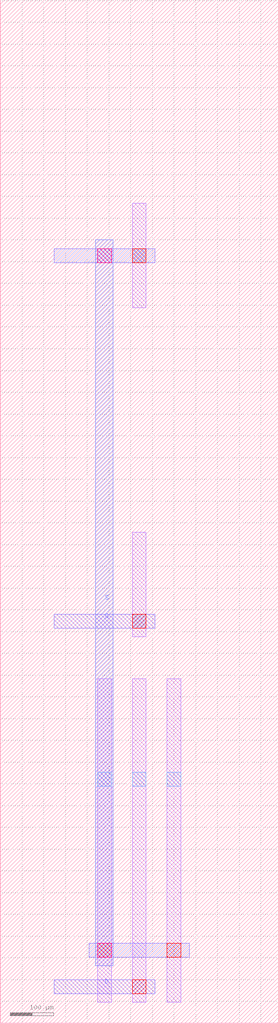
<source format=lef>
MACRO PMOS_S_83806296_X1_Y1
  UNITS 
    DATABASE MICRONS UNITS 1000;
  END UNITS 
  ORIGIN 0 0 ;
  FOREIGN PMOS_S_83806296_X1_Y1 0 0 ;
  SIZE 640 BY 2352 ;
  PIN D
    DIRECTION INOUT ;
    USE SIGNAL ;
    PORT
      LAYER M2 ;
        RECT 124 68 356 100 ;
    END
  END D
  PIN G
    DIRECTION INOUT ;
    USE SIGNAL ;
    PORT
      LAYER M2 ;
        RECT 124 908 356 940 ;
    END
  END G
  PIN S
    DIRECTION INOUT ;
    USE SIGNAL ;
    PORT
      LAYER M3 ;
        RECT 220 132 260 1800 ;
    END
  END S
  OBS
    LAYER M1 ;
      RECT 304 48 336 792 ;
    LAYER M1 ;
      RECT 304 888 336 1128 ;
    LAYER M1 ;
      RECT 304 1644 336 1884 ;
    LAYER M1 ;
      RECT 224 48 256 792 ;
    LAYER M1 ;
      RECT 384 48 416 792 ;
    LAYER M2 ;
      RECT 124 1748 356 1780 ;
    LAYER M2 ;
      RECT 204 152 436 184 ;
    LAYER V1 ;
      RECT 304 68 336 100 ;
    LAYER V1 ;
      RECT 304 908 336 940 ;
    LAYER V1 ;
      RECT 304 1748 336 1780 ;
    LAYER V1 ;
      RECT 224 152 256 184 ;
    LAYER V1 ;
      RECT 384 152 416 184 ;
    LAYER V2 ;
      RECT 224 152 256 184 ;
    LAYER V2 ;
      RECT 224 1748 256 1780 ;
    LAYER V0 ;
      RECT 304 545 336 577 ;
    LAYER V0 ;
      RECT 304 908 336 940 ;
    LAYER V0 ;
      RECT 304 1748 336 1780 ;
    LAYER V0 ;
      RECT 224 545 256 577 ;
    LAYER V0 ;
      RECT 384 545 416 577 ;
  END
END PMOS_S_83806296_X1_Y1

</source>
